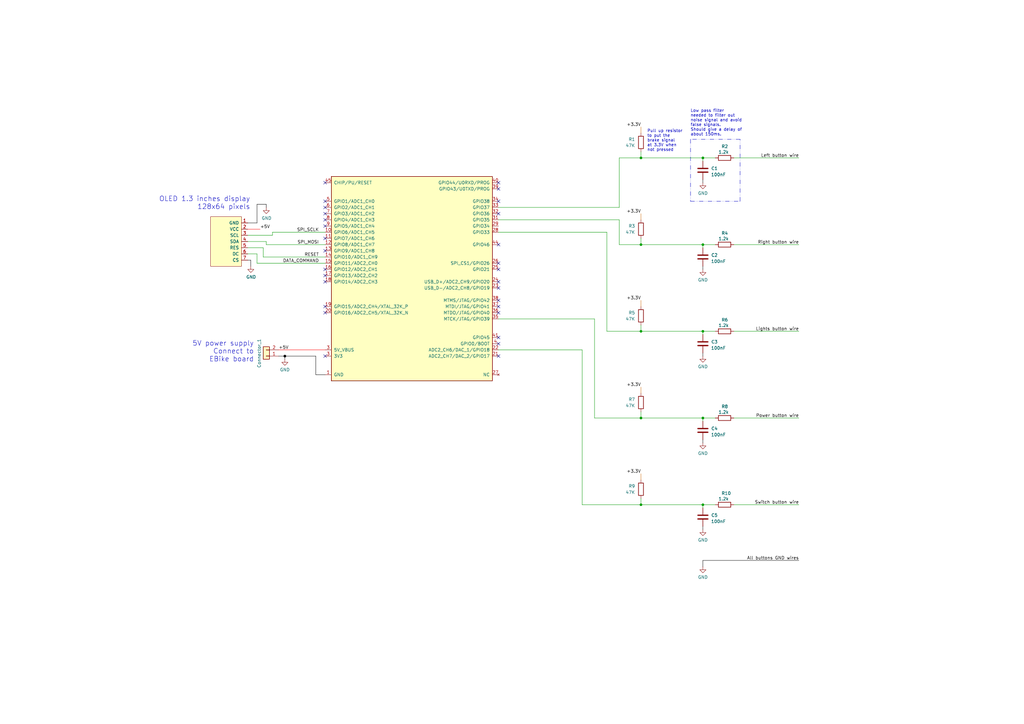
<source format=kicad_sch>
(kicad_sch (version 20230121) (generator eeschema)
  (paper "A3")
  (lib_symbols
    (symbol "Connector_Generic:Conn_01x02" (pin_names (offset 1.016) hide)
      (property "Reference" "J" (at 0 2.54 0))
      (property "Value" "Conn_01x02" (at 0 -5.08 0))
      (symbol "Conn_01x02_1_1"
        (rectangle (start -1.27 -2.413) (end 0 -2.667) (stroke (width 0.1524)))
        (rectangle (start -1.27 0.127) (end 0 -0.127) (stroke (width 0.1524)))
        (rectangle (start -1.27 1.27) (end 1.27 -3.81) (stroke (width 0.254)) (fill (type background)))
        (pin passive line (at -5.08 0 0) (length 3.81) (name "Pin_1") (number "1"))
        (pin passive line (at -5.08 -2.54 0) (length 3.81) (name "Pin_2") (number "2"))
      )
    )
    (symbol "Device:C" (pin_numbers hide) (pin_names (offset 0.254))
      (property "Reference" "C" (at 0.635 2.54 0))
      (property "Value" "C" (at 0.635 -2.54 0))
      (symbol "C_0_1"
        (polyline (pts (xy -2.032 -0.762) (xy 2.032 -0.762)) (stroke (width 0.508)))
        (polyline (pts (xy -2.032 0.762) (xy 2.032 0.762)) (stroke (width 0.508)))
      )
      (symbol "C_1_1"
        (pin passive line (at 0 3.81 270) (length 2.794) (name "~") (number "1"))
        (pin passive line (at 0 -3.81 90) (length 2.794) (name "~") (number "2"))
      )
    )
    (symbol "Device:R" (pin_numbers hide) (pin_names (offset 0))
      (property "Reference" "R" (at 2.032 0 90))
      (property "Value" "R" (at 0 0 90))
      (symbol "R_0_1"
        (rectangle (start -1.016 -2.54) (end 1.016 2.54) (stroke (width 0.254)))
      )
      (symbol "R_1_1"
        (pin passive line (at 0 3.81 270) (length 1.27) (name "~") (number "1"))
        (pin passive line (at 0 -3.81 90) (length 1.27) (name "~") (number "2"))
      )
    )
    (symbol "Espressif:ESP32-S2-MINI-1" (pin_names (offset 1.016))
      (symbol "ESP32-S2-MINI-1_0_0"
        (pin power_in line (at -35.56 -35.56 0) (length 2.54) (name "GND") (number "1"))
        (pin passive line (at -35.56 -35.56 0) (length 2.54) hide (name "GND") (number "43"))
        (pin input line (at 35.56 17.78 180) (length 2.54) (name "GPIO46") (number "44"))
        (pin bidirectional line (at -35.56 43.18 0) (length 2.54) (name "CHIP/PU/RESET") (number "45"))
        (pin passive line (at -35.56 -35.56 0) (length 2.54) hide (name "GND") (number "46"))
        (pin passive line (at -35.56 -35.56 0) (length 2.54) hide (name "GND") (number "47"))
        (pin passive line (at -35.56 -35.56 0) (length 2.54) hide (name "GND") (number "48"))
        (pin passive line (at -35.56 -35.56 0) (length 2.54) hide (name "GND") (number "49"))
        (pin passive line (at -35.56 -35.56 0) (length 2.54) hide (name "GND") (number "50"))
        (pin passive line (at -35.56 -35.56 0) (length 2.54) hide (name "GND") (number "51"))
        (pin passive line (at -35.56 -35.56 0) (length 2.54) hide (name "GND") (number "52"))
        (pin passive line (at -35.56 -35.56 0) (length 2.54) hide (name "GND") (number "53"))
        (pin passive line (at -35.56 -35.56 0) (length 2.54) hide (name "GND") (number "54"))
        (pin passive line (at -35.56 -35.56 0) (length 2.54) hide (name "GND") (number "55"))
        (pin passive line (at -35.56 -35.56 0) (length 2.54) hide (name "GND") (number "56"))
        (pin passive line (at -35.56 -35.56 0) (length 2.54) hide (name "GND") (number "57"))
        (pin passive line (at -35.56 -35.56 0) (length 2.54) hide (name "GND") (number "58"))
        (pin passive line (at -35.56 -35.56 0) (length 2.54) hide (name "GND") (number "59"))
        (pin passive line (at -35.56 -35.56 0) (length 2.54) hide (name "GND") (number "60"))
        (pin passive line (at -35.56 -35.56 0) (length 2.54) hide (name "GND") (number "61"))
        (pin passive line (at -35.56 -35.56 0) (length 2.54) hide (name "GND") (number "62"))
        (pin passive line (at -35.56 -35.56 0) (length 2.54) hide (name "GND") (number "63"))
        (pin passive line (at -35.56 -35.56 0) (length 2.54) hide (name "GND") (number "64"))
        (pin passive line (at -35.56 -35.56 0) (length 2.54) hide (name "GND") (number "65"))
      )
      (symbol "ESP32-S2-MINI-1_1_1"
        (rectangle (start -33.02 45.72) (end 33.02 -38.1) (stroke (width 0.254)) (fill (type background)))
        (pin bidirectional line (at -35.56 22.86 0) (length 2.54) (name "GPIO6/ADC1_CH5") (number "10"))
        (pin bidirectional line (at -35.56 20.32 0) (length 2.54) (name "GPIO7/ADC1_CH6") (number "11"))
        (pin bidirectional line (at -35.56 17.78 0) (length 2.54) (name "GPIO8/ADC1_CH7") (number "12"))
        (pin bidirectional line (at -35.56 15.24 0) (length 2.54) (name "GPIO9/ADC1_CH8") (number "13"))
        (pin bidirectional line (at -35.56 12.7 0) (length 2.54) (name "GPIO10/ADC1_CH9") (number "14"))
        (pin bidirectional line (at -35.56 10.16 0) (length 2.54) (name "GPIO11/ADC2_CH0") (number "15"))
        (pin bidirectional line (at -35.56 7.62 0) (length 2.54) (name "GPIO12/ADC2_CH1") (number "16"))
        (pin bidirectional line (at -35.56 5.08 0) (length 2.54) (name "GPIO13/ADC2_CH2") (number "17"))
        (pin bidirectional line (at -35.56 2.54 0) (length 2.54) (name "GPIO14/ADC2_CH3") (number "18"))
        (pin bidirectional line (at -35.56 -7.62 0) (length 2.54) (name "GPIO15/ADC2_CH4/XTAL_32K_P") (number "19"))
        (pin passive line (at -35.56 -35.56 0) (length 2.54) hide (name "GND") (number "2"))
        (pin bidirectional line (at -35.56 -10.16 0) (length 2.54) (name "GPIO16/ADC2_CH5/XTAL_32K_N") (number "20"))
        (pin bidirectional line (at 35.56 -27.94 180) (length 2.54) (name "ADC2_CH7/DAC_2/GPIO17") (number "21"))
        (pin bidirectional line (at 35.56 -25.4 180) (length 2.54) (name "ADC2_CH6/DAC_1/GPIO18") (number "22"))
        (pin bidirectional line (at 35.56 0 180) (length 2.54) (name "USB_D-/ADC2_CH8/GPIO19") (number "23"))
        (pin bidirectional line (at 35.56 2.54 180) (length 2.54) (name "USB_D+/ADC2_CH9/GPIO20") (number "24"))
        (pin bidirectional line (at 35.56 7.62 180) (length 2.54) (name "GPIO21") (number "25"))
        (pin bidirectional line (at 35.56 10.16 180) (length 2.54) (name "SPI_CS1/GPIO26") (number "26"))
        (pin no_connect line (at 35.56 -35.56 180) (length 2.54) (name "NC") (number "27"))
        (pin bidirectional line (at 35.56 22.86 180) (length 2.54) (name "GPIO33") (number "28"))
        (pin bidirectional line (at 35.56 25.4 180) (length 2.54) (name "GPIO34") (number "29"))
        (pin power_in line (at -35.56 -27.94 0) (length 2.54) (name "3V3") (number "3"))
        (pin power_in line (at -35.56 -25.4 0) (length 2.54) (name "5V_VBUS") (number "3"))
        (pin passive line (at -35.56 -35.56 0) (length 2.54) hide (name "GND") (number "30"))
        (pin bidirectional line (at 35.56 27.94 180) (length 2.54) (name "GPIO35") (number "31"))
        (pin bidirectional line (at 35.56 30.48 180) (length 2.54) (name "GPIO36") (number "32"))
        (pin bidirectional line (at 35.56 33.02 180) (length 2.54) (name "GPIO37") (number "33"))
        (pin bidirectional line (at 35.56 35.56 180) (length 2.54) (name "GPIO38") (number "34"))
        (pin bidirectional line (at 35.56 -12.7 180) (length 2.54) (name "MTCK/JTAG/GPIO39") (number "35"))
        (pin bidirectional line (at 35.56 -10.16 180) (length 2.54) (name "MTDO/JTAG/GPIO40") (number "36"))
        (pin bidirectional line (at 35.56 -7.62 180) (length 2.54) (name "MTDI/JTAG/GPIO41") (number "37"))
        (pin bidirectional line (at 35.56 -5.08 180) (length 2.54) (name "MTMS/JTAG/GPIO42") (number "38"))
        (pin bidirectional line (at 35.56 40.64 180) (length 2.54) (name "GPIO43/U0TXD/PROG") (number "39"))
        (pin bidirectional line (at 35.56 -22.86 180) (length 2.54) (name "GPIO0/BOOT") (number "4"))
        (pin bidirectional line (at 35.56 43.18 180) (length 2.54) (name "GPIO44/U0RXD/PROG") (number "40"))
        (pin bidirectional line (at 35.56 -20.32 180) (length 2.54) (name "GPIO45") (number "41"))
        (pin passive line (at -35.56 -35.56 0) (length 2.54) hide (name "GND") (number "42"))
        (pin bidirectional line (at -35.56 35.56 0) (length 2.54) (name "GPIO1/ADC1_CH0") (number "5"))
        (pin bidirectional line (at -35.56 33.02 0) (length 2.54) (name "GPIO2/ADC1_CH1") (number "6"))
        (pin bidirectional line (at -35.56 30.48 0) (length 2.54) (name "GPIO3/ADC1_CH2") (number "7"))
        (pin bidirectional line (at -35.56 27.94 0) (length 2.54) (name "GPIO4/ADC1_CH3") (number "8"))
        (pin bidirectional line (at -35.56 25.4 0) (length 2.54) (name "GPIO5/ADC1_CH4") (number "9"))
      )
    )
    (symbol "power:GND" (power) (pin_names (offset 0))
      (property "Value" "GND" (at 0 -3.81 0))
      (symbol "GND_0_1"
        (polyline (pts (xy 0 0) (xy 0 -1.27) (xy 1.27 -1.27) (xy 0 -2.54) (xy -1.27 -1.27) (xy 0 -1.27)))
      )
      (symbol "GND_1_1"
        (pin power_in line (at 0 0 270) (length 0) hide (name "GND") (number "1"))
      )
    )
    (symbol "schematic-OLED_SPI-Bafang_M500_M600-rescue:SSD1306-SPI-OLED-schematic-rescue" (pin_names (offset 1.016))
      (property "Reference" "Brd" (at -3.81 -3.81 0))
      (property "Value" "SSD1306-SPI-OLED-schematic-rescue" (at 0 -1.27 0))
      (symbol "SSD1306-SPI-OLED-schematic-rescue_0_1"
        (rectangle (start -10.16 6.35) (end 10.16 -6.35) (fill (type background)))
      )
      (symbol "SSD1306-SPI-OLED-schematic-rescue_1_1"
        (pin input line (at -7.62 8.89 270) (length 2.54) (name "GND") (number "1"))
        (pin input line (at -5.08 8.89 270) (length 2.54) (name "VCC") (number "2"))
        (pin input line (at -2.54 8.89 270) (length 2.54) (name "SCL") (number "3"))
        (pin input line (at 0 8.89 270) (length 2.54) (name "SDA") (number "4"))
        (pin input line (at 2.54 8.89 270) (length 2.54) (name "RES") (number "5"))
        (pin input line (at 5.08 8.89 270) (length 2.54) (name "DC") (number "6"))
        (pin input line (at 7.62 8.89 270) (length 2.54) (name "CS") (number "7"))
      )
    )
  )
  (junction (at 262.89 207.01))
  (junction (at 262.89 64.77))
  (junction (at 288.29 100.33))
  (junction (at 288.29 135.89))
  (junction (at 288.29 64.77))
  (junction (at 116.84 146.05) (color 0 0 0 1))
  (junction (at 288.29 171.45))
  (junction (at 262.89 171.45))
  (junction (at 288.29 207.01))
  (junction (at 262.89 135.89))
  (junction (at 262.89 100.33))
  (no_connect (at 204.47 128.27))
  (no_connect (at 204.47 107.95))
  (no_connect (at 133.35 82.55))
  (no_connect (at 133.35 90.17))
  (no_connect (at 204.47 118.11))
  (no_connect (at 204.47 146.05))
  (no_connect (at 204.47 115.57))
  (no_connect (at 133.35 146.05))
  (no_connect (at 133.35 113.03))
  (no_connect (at 204.47 140.97))
  (no_connect (at 133.35 115.57))
  (no_connect (at 204.47 138.43))
  (no_connect (at 204.47 74.93))
  (no_connect (at 204.47 77.47))
  (no_connect (at 133.35 85.09))
  (no_connect (at 204.47 110.49))
  (no_connect (at 133.35 74.93))
  (no_connect (at 133.35 128.27))
  (no_connect (at 133.35 92.71))
  (no_connect (at 133.35 110.49))
  (no_connect (at 133.35 87.63))
  (no_connect (at 204.47 100.33))
  (no_connect (at 204.47 125.73))
  (no_connect (at 204.47 87.63))
  (no_connect (at 133.35 102.87))
  (no_connect (at 204.47 123.19))
  (no_connect (at 204.47 82.55))
  (no_connect (at 133.35 97.79))
  (no_connect (at 133.35 125.73))
  (wire (pts (xy 262.89 64.77) (xy 254 64.77)))
  (wire (pts (xy 262.89 161.29) (xy 262.89 158.75)) (stroke (width 0) (color 204 102 0 1)))
  (wire (pts (xy 262.89 196.85) (xy 262.89 194.31)) (stroke (width 0) (color 204 102 0 1)))
  (wire (pts (xy 288.29 215.9) (xy 288.29 217.17)) (stroke (width 0) (color 0 0 0 1)))
  (wire (pts (xy 262.89 100.33) (xy 254 100.33)))
  (wire (pts (xy 262.89 54.61) (xy 262.89 52.07)) (stroke (width 0) (color 204 102 0 1)))
  (polyline (pts (xy 283.21 57.15) (xy 283.21 82.55)) (stroke (width 0) (type dash_dot_dot)))
  (wire (pts (xy 204.47 90.17) (xy 254 90.17)))
  (wire (pts (xy 111.76 96.52) (xy 101.6 96.52)))
  (wire (pts (xy 109.22 100.33) (xy 109.22 99.06)))
  (wire (pts (xy 101.6 101.6) (xy 107.95 101.6)))
  (wire (pts (xy 293.37 207.01) (xy 288.29 207.01)))
  (wire (pts (xy 293.37 100.33) (xy 288.29 100.33)))
  (wire (pts (xy 288.29 64.77) (xy 262.89 64.77)))
  (wire (pts (xy 105.41 91.44) (xy 105.41 83.82)) (stroke (width 0) (color 0 0 0 1)))
  (wire (pts (xy 116.84 146.05) (xy 114.3 146.05)) (stroke (width 0) (color 0 0 0 1)))
  (polyline (pts (xy 283.21 82.55) (xy 303.53 82.55)) (stroke (width 0) (type dash_dot_dot)))
  (wire (pts (xy 288.29 64.77) (xy 288.29 66.04)))
  (wire (pts (xy 293.37 64.77) (xy 288.29 64.77)))
  (wire (pts (xy 204.47 143.51) (xy 238.76 143.51)))
  (wire (pts (xy 105.41 83.82) (xy 109.22 83.82)) (stroke (width 0) (color 0 0 0 1)))
  (wire (pts (xy 300.99 135.89) (xy 327.66 135.89)))
  (wire (pts (xy 293.37 171.45) (xy 288.29 171.45)))
  (wire (pts (xy 293.37 135.89) (xy 288.29 135.89)))
  (wire (pts (xy 288.29 229.87) (xy 288.29 232.41)) (stroke (width 0) (color 0 0 0 1)))
  (wire (pts (xy 129.54 146.05) (xy 129.54 153.67)) (stroke (width 0) (color 0 0 0 1)))
  (wire (pts (xy 248.92 135.89) (xy 262.89 135.89)))
  (wire (pts (xy 254 85.09) (xy 254 64.77)))
  (wire (pts (xy 204.47 85.09) (xy 254 85.09)))
  (wire (pts (xy 288.29 229.87) (xy 327.66 229.87)) (stroke (width 0) (color 0 0 0 1)))
  (wire (pts (xy 105.41 104.14) (xy 101.6 104.14)))
  (wire (pts (xy 288.29 109.22) (xy 288.29 110.49)) (stroke (width 0) (color 0 0 0 1)))
  (wire (pts (xy 204.47 95.25) (xy 248.92 95.25)))
  (wire (pts (xy 238.76 207.01) (xy 262.89 207.01)))
  (wire (pts (xy 101.6 99.06) (xy 109.22 99.06)))
  (wire (pts (xy 262.89 97.79) (xy 262.89 100.33)))
  (wire (pts (xy 288.29 73.66) (xy 288.29 74.93)) (stroke (width 0) (color 0 0 0 1)))
  (wire (pts (xy 107.95 101.6) (xy 107.95 105.41)))
  (wire (pts (xy 288.29 207.01) (xy 262.89 207.01)))
  (wire (pts (xy 133.35 95.25) (xy 111.76 95.25)))
  (wire (pts (xy 300.99 64.77) (xy 327.66 64.77)))
  (wire (pts (xy 111.76 95.25) (xy 111.76 96.52)))
  (wire (pts (xy 262.89 133.35) (xy 262.89 135.89)))
  (wire (pts (xy 101.6 91.44) (xy 105.41 91.44)) (stroke (width 0) (color 0 0 0 1)))
  (wire (pts (xy 116.84 146.05) (xy 116.84 147.32)) (stroke (width 0) (color 0 0 0 1)))
  (wire (pts (xy 288.29 100.33) (xy 288.29 101.6)))
  (wire (pts (xy 116.84 146.05) (xy 129.54 146.05)) (stroke (width 0) (color 0 0 0 1)))
  (wire (pts (xy 300.99 100.33) (xy 327.66 100.33)))
  (wire (pts (xy 288.29 180.34) (xy 288.29 181.61)) (stroke (width 0) (color 0 0 0 1)))
  (wire (pts (xy 288.29 135.89) (xy 262.89 135.89)))
  (wire (pts (xy 262.89 90.17) (xy 262.89 87.63)) (stroke (width 0) (color 204 102 0 1)))
  (wire (pts (xy 248.92 95.25) (xy 248.92 135.89)))
  (wire (pts (xy 133.35 100.33) (xy 109.22 100.33)))
  (wire (pts (xy 107.95 105.41) (xy 133.35 105.41)))
  (wire (pts (xy 300.99 207.01) (xy 327.66 207.01)))
  (wire (pts (xy 114.3 143.51) (xy 133.35 143.51)) (stroke (width 0) (color 255 0 0 1)))
  (wire (pts (xy 129.54 153.67) (xy 133.35 153.67)) (stroke (width 0) (color 0 0 0 1)))
  (wire (pts (xy 288.29 171.45) (xy 262.89 171.45)))
  (polyline (pts (xy 303.53 57.15) (xy 283.21 57.15)) (stroke (width 0) (type dash_dot_dot)))
  (wire (pts (xy 254 90.17) (xy 254 100.33)))
  (wire (pts (xy 109.22 83.82) (xy 109.22 85.09)) (stroke (width 0) (color 0 0 0 1)))
  (wire (pts (xy 243.84 171.45) (xy 262.89 171.45)))
  (wire (pts (xy 133.35 107.95) (xy 105.41 107.95)))
  (wire (pts (xy 105.41 107.95) (xy 105.41 104.14)))
  (wire (pts (xy 288.29 100.33) (xy 262.89 100.33)))
  (polyline (pts (xy 303.53 82.55) (xy 303.53 57.15)) (stroke (width 0) (type dash_dot_dot)))
  (wire (pts (xy 101.6 106.68) (xy 102.87 106.68)) (stroke (width 0) (color 0 0 0 1)))
  (wire (pts (xy 288.29 207.01) (xy 288.29 208.28)))
  (wire (pts (xy 243.84 130.81) (xy 243.84 171.45)))
  (wire (pts (xy 238.76 143.51) (xy 238.76 207.01)))
  (wire (pts (xy 262.89 125.73) (xy 262.89 123.19)) (stroke (width 0) (color 204 102 0 1)))
  (wire (pts (xy 288.29 144.78) (xy 288.29 146.05)) (stroke (width 0) (color 0 0 0 1)))
  (wire (pts (xy 262.89 62.23) (xy 262.89 64.77)))
  (wire (pts (xy 204.47 130.81) (xy 243.84 130.81)))
  (wire (pts (xy 262.89 168.91) (xy 262.89 171.45)))
  (wire (pts (xy 288.29 171.45) (xy 288.29 172.72)))
  (wire (pts (xy 300.99 171.45) (xy 327.66 171.45)))
  (wire (pts (xy 262.89 204.47) (xy 262.89 207.01)))
  (wire (pts (xy 288.29 135.89) (xy 288.29 137.16)))
  (wire (pts (xy 101.6 93.98) (xy 106.68 93.98)) (stroke (width 0) (color 255 0 0 1)))
  (wire (pts (xy 102.87 106.68) (xy 102.87 109.22)) (stroke (width 0) (color 0 0 0 1)))
  (text "Low pass filter\nneeded to filter out\nnoise signal and avoid\nfalse signals.\nShould give a delay of\nabout 150ms.\n" (at 283.21 55.88 0) (effects (font (size 1.2 1.2)) (justify left bottom)))
  (text "Pull up resistor\nto put the\nbrake signal\nat 3.3V when\nnot pressed\n" (at 265.43 62.23 0) (effects (font (size 1.2 1.2)) (justify left bottom)))
  (text "5V power supply\nConnect to\nEBike board" (at 104.14 148.59 0) (effects (font (size 2.0066 2.0066)) (justify right bottom)))
  (text "OLED 1.3 inches display\n128x64 pixels" (at 102.616 86.106 0) (effects (font (size 2.0066 2.0066)) (justify right bottom)))
  (label "Lights button wire" (at 327.66 135.89 180))
  (label "DATA_COMMAND" (at 130.81 107.95 180))
  (label "Switch button wire" (at 327.66 207.01 180))
  (label "SPI_MOSI" (at 130.81 100.33 180))
  (label "+3.3V" (at 262.89 158.75 180))
  (label "+3.3V" (at 262.89 194.31 180))
  (label "+5V" (at 106.68 93.98 0))
  (label "SPI_SCLK" (at 130.81 95.25 180))
  (label "Right button wire" (at 327.66 100.33 180))
  (label "+3.3V" (at 262.89 87.63 180))
  (label "+3.3V" (at 262.89 123.19 180))
  (label "All buttons GND wires" (at 327.66 229.87 180))
  (label "Left button wire" (at 327.66 64.77 180))
  (label "+3.3V" (at 262.89 52.07 180))
  (label "Power button wire" (at 327.66 171.45 180))
  (label "+5V" (at 114.3 143.51 0))
  (label "RESET" (at 130.81 105.41 180))
  (symbol (lib_id "power:GND") (at 288.29 217.17 0) (mirror y) (unit 1)
    (property "Reference" "#PWR08" (effects hide))
    (property "Value" "GND" (at 288.29 221.488 0))
  )
  (symbol (lib_id "Device:R") (at 297.18 207.01 270) (mirror x) (unit 1)
    (property "Reference" "R10" (at 295.91 202.311 90) (effects (justify left)))
    (property "Value" "1.2k" (at 294.64 204.597 90) (effects (justify left)))
  )
  (symbol (lib_id "power:GND") (at 288.29 146.05 0) (mirror y) (unit 1)
    (property "Reference" "#PWR05" (effects hide))
    (property "Value" "GND" (at 288.29 150.368 0))
  )
  (symbol (lib_id "Connector_Generic:Conn_01x02") (at 109.22 146.05 180) (unit 1)
    (property "Reference" "J1" (effects hide))
    (property "Value" "Connector_1" (at 106.299 138.938 90) (effects (justify left)))
  )
  (symbol (lib_id "Device:R") (at 262.89 93.98 0) (mirror y) (unit 1)
    (property "Reference" "R3" (at 260.477 92.71 0) (effects (justify left)))
    (property "Value" "47K" (at 260.477 95.25 0) (effects (justify left)))
  )
  (symbol (lib_id "Device:C") (at 288.29 212.09 0) (mirror y) (unit 1)
    (property "Reference" "C5" (at 294.386 211.328 0) (effects (justify left)))
    (property "Value" "100nF" (at 297.688 213.868 0) (effects (justify left)))
  )
  (symbol (lib_id "Device:R") (at 262.89 200.66 0) (mirror y) (unit 1)
    (property "Reference" "R9" (at 260.477 199.39 0) (effects (justify left)))
    (property "Value" "47K" (at 260.477 201.93 0) (effects (justify left)))
  )
  (symbol (lib_id "Device:C") (at 288.29 69.85 0) (mirror y) (unit 1)
    (property "Reference" "C1" (at 294.386 69.088 0) (effects (justify left)))
    (property "Value" "100nF" (at 297.688 71.628 0) (effects (justify left)))
  )
  (symbol (lib_id "Device:C") (at 288.29 176.53 0) (mirror y) (unit 1)
    (property "Reference" "C4" (at 294.386 175.768 0) (effects (justify left)))
    (property "Value" "100nF" (at 297.688 178.308 0) (effects (justify left)))
  )
  (symbol (lib_id "power:GND") (at 116.84 147.32 0) (unit 1)
    (property "Reference" "#PWR06" (effects hide))
    (property "Value" "GND" (at 116.84 151.638 0))
  )
  (symbol (lib_id "Device:R") (at 297.18 64.77 270) (mirror x) (unit 1)
    (property "Reference" "R2" (at 295.91 60.071 90) (effects (justify left)))
    (property "Value" "1.2k" (at 294.64 62.357 90) (effects (justify left)))
  )
  (symbol (lib_id "Device:R") (at 262.89 129.54 0) (mirror y) (unit 1)
    (property "Reference" "R5" (at 260.477 128.27 0) (effects (justify left)))
    (property "Value" "47K" (at 260.477 130.81 0) (effects (justify left)))
  )
  (symbol (lib_id "schematic-OLED_SPI-Bafang_M500_M600-rescue:SSD1306-SPI-OLED-schematic-rescue") (at 92.71 99.06 270) (unit 1)
    (property "Reference" "NA1" (effects hide))
    (property "Value" "OLED_1.3_inches_128x64" (effects hide))
  )
  (symbol (lib_id "Device:R") (at 262.89 165.1 0) (mirror y) (unit 1)
    (property "Reference" "R7" (at 260.477 163.83 0) (effects (justify left)))
    (property "Value" "47K" (at 260.477 166.37 0) (effects (justify left)))
  )
  (symbol (lib_id "Device:R") (at 297.18 100.33 270) (mirror x) (unit 1)
    (property "Reference" "R4" (at 295.91 95.631 90) (effects (justify left)))
    (property "Value" "1.2k" (at 294.64 97.917 90) (effects (justify left)))
  )
  (symbol (lib_id "power:GND") (at 288.29 74.93 0) (mirror y) (unit 1)
    (property "Reference" "#PWR01" (effects hide))
    (property "Value" "GND" (at 288.29 79.248 0))
  )
  (symbol (lib_id "Espressif:ESP32-S2-MINI-1") (at 168.91 118.11 0) (unit 1)
    (property "Reference" "U1" (effects hide))
    (property "Footprint" "Espressif:ESP32-S2-MINI-1" (effects hide))
    (property "Datasheet" "https://www.espressif.com/sites/default/files/documentation/esp32-s2-mini-1_esp32-s2-mini-1u_datasheet_en.pdf" (effects hide))
  )
  (symbol (lib_id "power:GND") (at 288.29 181.61 0) (mirror y) (unit 1)
    (property "Reference" "#PWR07" (effects hide))
    (property "Value" "GND" (at 288.29 185.928 0))
  )
  (symbol (lib_id "Device:C") (at 288.29 140.97 0) (mirror y) (unit 1)
    (property "Reference" "C3" (at 294.386 140.208 0) (effects (justify left)))
    (property "Value" "100nF" (at 297.688 142.748 0) (effects (justify left)))
  )
  (symbol (lib_id "power:GND") (at 109.22 85.09 0) (unit 1)
    (property "Reference" "#PWR02" (effects hide))
    (property "Value" "GND" (at 109.347 89.4842 0))
  )
  (symbol (lib_id "Device:R") (at 262.89 58.42 0) (mirror y) (unit 1)
    (property "Reference" "R1" (at 260.477 57.15 0) (effects (justify left)))
    (property "Value" "47K" (at 260.477 59.69 0) (effects (justify left)))
  )
  (symbol (lib_id "Device:C") (at 288.29 105.41 0) (mirror y) (unit 1)
    (property "Reference" "C2" (at 294.386 104.648 0) (effects (justify left)))
    (property "Value" "100nF" (at 297.688 107.188 0) (effects (justify left)))
  )
  (symbol (lib_id "power:GND") (at 288.29 110.49 0) (mirror y) (unit 1)
    (property "Reference" "#PWR04" (effects hide))
    (property "Value" "GND" (at 288.29 114.808 0))
  )
  (symbol (lib_id "power:GND") (at 288.29 232.41 0) (mirror y) (unit 1)
    (property "Reference" "#PWR09" (effects hide))
    (property "Value" "GND" (at 288.29 236.728 0))
  )
  (symbol (lib_id "Device:R") (at 297.18 135.89 270) (mirror x) (unit 1)
    (property "Reference" "R6" (at 295.91 131.191 90) (effects (justify left)))
    (property "Value" "1.2k" (at 294.64 133.477 90) (effects (justify left)))
  )
  (symbol (lib_id "power:GND") (at 102.87 109.22 0) (unit 1)
    (property "Reference" "#PWR03" (effects hide))
    (property "Value" "GND" (at 102.997 113.6142 0))
  )
  (symbol (lib_id "Device:R") (at 297.18 171.45 270) (mirror x) (unit 1)
    (property "Reference" "R8" (at 295.91 166.751 90) (effects (justify left)))
    (property "Value" "1.2k" (at 294.64 169.037 90) (effects (justify left)))
  )
)
</source>
